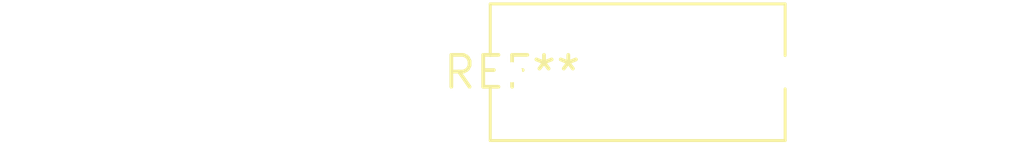
<source format=kicad_pcb>
(kicad_pcb (version 20240108) (generator pcbnew)
  (layers (0 "F.Cu" signal) (31 "B.Cu" signal) (34 "B.Paste" user) (35 "F.Paste" user) (36 "B.SilkS" user "B.Silkscreen") (37 "F.SilkS" user "F.Silkscreen") (38 "B.Mask" user) (39 "F.Mask" user) (44 "Edge.Cuts" user))
  (net 0 "")
  (footprint "C_Rect_L11.5mm_W5.2mm_P10.00mm_MKT" (layer "F.Cu") (at 0 0)
    (property "Reference" "REF**")
    (property "Value" "C_Rect_L11.5mm_W5.2mm_P10.00mm_MKT")
    (fp_line (start -0.87 -2.72) (end -0.87 -0.665) (layer "F.SilkS") (stroke (width 0.12)))
    (fp_line (start -0.87 -2.72) (end 10.87 -2.72) (layer "F.SilkS") (stroke (width 0.12)))
    (fp_line (start -0.87 0.665) (end -0.87 2.72) (layer "F.SilkS") (stroke (width 0.12)))
    (fp_line (start -0.87 2.72) (end 10.87 2.72) (layer "F.SilkS") (stroke (width 0.12)))
    (fp_line (start 10.87 -2.72) (end 10.87 -0.665) (layer "F.SilkS") (stroke (width 0.12)))
    (fp_line (start 10.87 0.665) (end 10.87 2.72) (layer "F.SilkS") (stroke (width 0.12)))
    (pad "1" thru_hole circle (at 0 0) (size 1.6 1.6) (drill 0.8) (layers *.Cu *.Mask) (remove_unused_layers))
    (pad "2" thru_hole circle (at 10 0) (size 1.6 1.6) (drill 0.8) (layers *.Cu *.Mask) (remove_unused_layers))
  )
)
</source>
